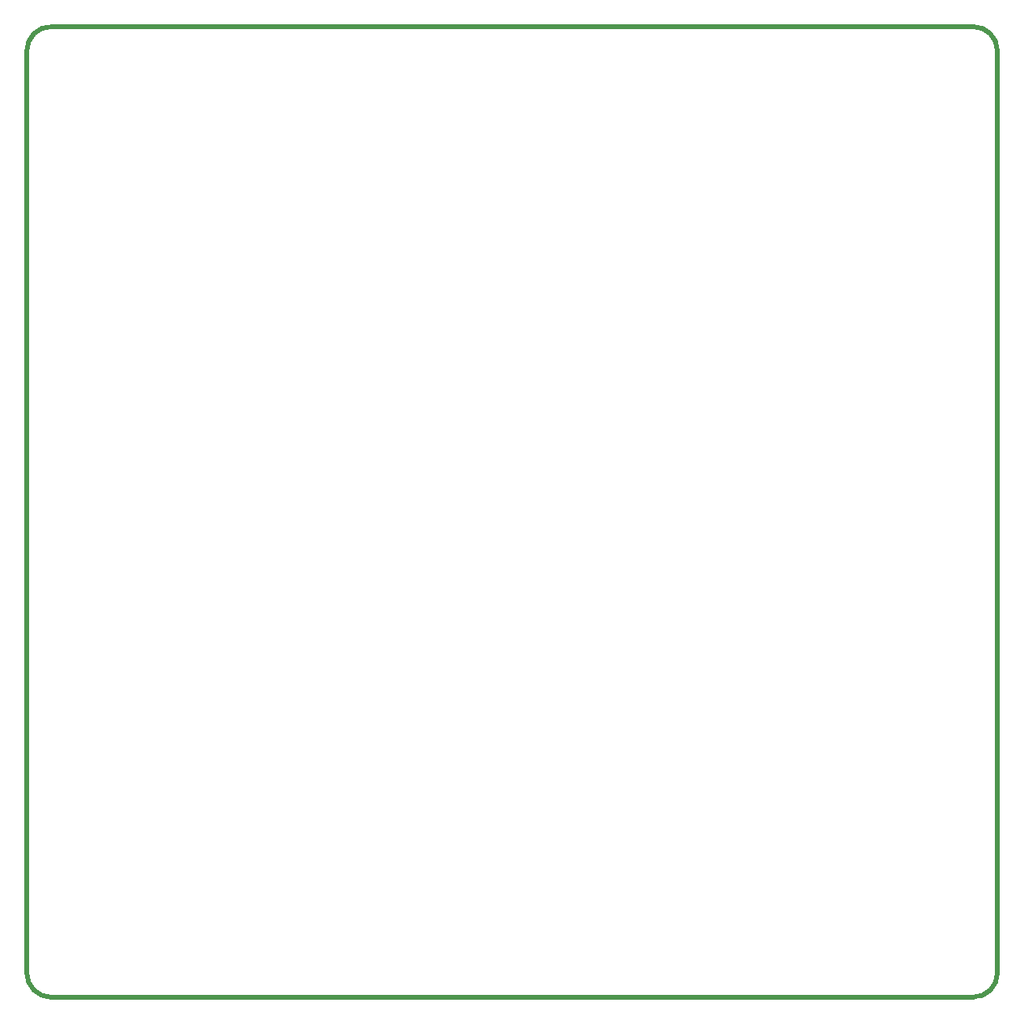
<source format=gko>
%FSLAX23Y23*%
%MOIN*%
G70*
G01*
G75*
G04 Layer_Color=16711935*
%ADD10C,0.010*%
%ADD11C,0.020*%
%ADD12C,0.015*%
%ADD13C,0.012*%
%ADD14R,0.060X0.023*%
%ADD15R,0.120X0.080*%
G04:AMPARAMS|DCode=16|XSize=51mil|YSize=59mil|CornerRadius=8mil|HoleSize=0mil|Usage=FLASHONLY|Rotation=90.000|XOffset=0mil|YOffset=0mil|HoleType=Round|Shape=RoundedRectangle|*
%AMROUNDEDRECTD16*
21,1,0.051,0.044,0,0,90.0*
21,1,0.036,0.059,0,0,90.0*
1,1,0.015,0.022,0.018*
1,1,0.015,0.022,-0.018*
1,1,0.015,-0.022,-0.018*
1,1,0.015,-0.022,0.018*
%
%ADD16ROUNDEDRECTD16*%
G04:AMPARAMS|DCode=17|XSize=24mil|YSize=24mil|CornerRadius=6mil|HoleSize=0mil|Usage=FLASHONLY|Rotation=90.000|XOffset=0mil|YOffset=0mil|HoleType=Round|Shape=RoundedRectangle|*
%AMROUNDEDRECTD17*
21,1,0.024,0.012,0,0,90.0*
21,1,0.012,0.024,0,0,90.0*
1,1,0.012,0.006,0.006*
1,1,0.012,0.006,-0.006*
1,1,0.012,-0.006,-0.006*
1,1,0.012,-0.006,0.006*
%
%ADD17ROUNDEDRECTD17*%
G04:AMPARAMS|DCode=18|XSize=51mil|YSize=59mil|CornerRadius=8mil|HoleSize=0mil|Usage=FLASHONLY|Rotation=180.000|XOffset=0mil|YOffset=0mil|HoleType=Round|Shape=RoundedRectangle|*
%AMROUNDEDRECTD18*
21,1,0.051,0.044,0,0,180.0*
21,1,0.036,0.059,0,0,180.0*
1,1,0.015,-0.018,0.022*
1,1,0.015,0.018,0.022*
1,1,0.015,0.018,-0.022*
1,1,0.015,-0.018,-0.022*
%
%ADD18ROUNDEDRECTD18*%
G04:AMPARAMS|DCode=19|XSize=24mil|YSize=24mil|CornerRadius=6mil|HoleSize=0mil|Usage=FLASHONLY|Rotation=0.000|XOffset=0mil|YOffset=0mil|HoleType=Round|Shape=RoundedRectangle|*
%AMROUNDEDRECTD19*
21,1,0.024,0.012,0,0,0.0*
21,1,0.012,0.024,0,0,0.0*
1,1,0.012,0.006,-0.006*
1,1,0.012,-0.006,-0.006*
1,1,0.012,-0.006,0.006*
1,1,0.012,0.006,0.006*
%
%ADD19ROUNDEDRECTD19*%
%ADD20P,0.024X4X360.0*%
%ADD21P,0.024X4X90.0*%
%ADD22R,0.017X0.017*%
G04:AMPARAMS|DCode=23|XSize=98mil|YSize=138mil|CornerRadius=25mil|HoleSize=0mil|Usage=FLASHONLY|Rotation=0.000|XOffset=0mil|YOffset=0mil|HoleType=Round|Shape=RoundedRectangle|*
%AMROUNDEDRECTD23*
21,1,0.098,0.089,0,0,0.0*
21,1,0.049,0.138,0,0,0.0*
1,1,0.049,0.025,-0.044*
1,1,0.049,-0.025,-0.044*
1,1,0.049,-0.025,0.044*
1,1,0.049,0.025,0.044*
%
%ADD23ROUNDEDRECTD23*%
G04:AMPARAMS|DCode=24|XSize=106mil|YSize=67mil|CornerRadius=10mil|HoleSize=0mil|Usage=FLASHONLY|Rotation=270.000|XOffset=0mil|YOffset=0mil|HoleType=Round|Shape=RoundedRectangle|*
%AMROUNDEDRECTD24*
21,1,0.106,0.047,0,0,270.0*
21,1,0.086,0.067,0,0,270.0*
1,1,0.020,-0.023,-0.043*
1,1,0.020,-0.023,0.043*
1,1,0.020,0.023,0.043*
1,1,0.020,0.023,-0.043*
%
%ADD24ROUNDEDRECTD24*%
G04:AMPARAMS|DCode=25|XSize=35mil|YSize=35mil|CornerRadius=5mil|HoleSize=0mil|Usage=FLASHONLY|Rotation=270.000|XOffset=0mil|YOffset=0mil|HoleType=Round|Shape=RoundedRectangle|*
%AMROUNDEDRECTD25*
21,1,0.035,0.025,0,0,270.0*
21,1,0.025,0.035,0,0,270.0*
1,1,0.011,-0.012,-0.012*
1,1,0.011,-0.012,0.012*
1,1,0.011,0.012,0.012*
1,1,0.011,0.012,-0.012*
%
%ADD25ROUNDEDRECTD25*%
G04:AMPARAMS|DCode=26|XSize=51mil|YSize=47mil|CornerRadius=7mil|HoleSize=0mil|Usage=FLASHONLY|Rotation=90.000|XOffset=0mil|YOffset=0mil|HoleType=Round|Shape=RoundedRectangle|*
%AMROUNDEDRECTD26*
21,1,0.051,0.033,0,0,90.0*
21,1,0.037,0.047,0,0,90.0*
1,1,0.014,0.017,0.019*
1,1,0.014,0.017,-0.019*
1,1,0.014,-0.017,-0.019*
1,1,0.014,-0.017,0.019*
%
%ADD26ROUNDEDRECTD26*%
G04:AMPARAMS|DCode=27|XSize=47mil|YSize=47mil|CornerRadius=12mil|HoleSize=0mil|Usage=FLASHONLY|Rotation=270.000|XOffset=0mil|YOffset=0mil|HoleType=Round|Shape=RoundedRectangle|*
%AMROUNDEDRECTD27*
21,1,0.047,0.024,0,0,270.0*
21,1,0.024,0.047,0,0,270.0*
1,1,0.024,-0.012,-0.012*
1,1,0.024,-0.012,0.012*
1,1,0.024,0.012,0.012*
1,1,0.024,0.012,-0.012*
%
%ADD27ROUNDEDRECTD27*%
G04:AMPARAMS|DCode=28|XSize=47mil|YSize=47mil|CornerRadius=12mil|HoleSize=0mil|Usage=FLASHONLY|Rotation=180.000|XOffset=0mil|YOffset=0mil|HoleType=Round|Shape=RoundedRectangle|*
%AMROUNDEDRECTD28*
21,1,0.047,0.024,0,0,180.0*
21,1,0.024,0.047,0,0,180.0*
1,1,0.024,-0.012,0.012*
1,1,0.024,0.012,0.012*
1,1,0.024,0.012,-0.012*
1,1,0.024,-0.012,-0.012*
%
%ADD28ROUNDEDRECTD28*%
%ADD29R,0.110X0.085*%
G04:AMPARAMS|DCode=30|XSize=47mil|YSize=47mil|CornerRadius=7mil|HoleSize=0mil|Usage=FLASHONLY|Rotation=180.000|XOffset=0mil|YOffset=0mil|HoleType=Round|Shape=RoundedRectangle|*
%AMROUNDEDRECTD30*
21,1,0.047,0.033,0,0,180.0*
21,1,0.033,0.047,0,0,180.0*
1,1,0.014,-0.017,0.017*
1,1,0.014,0.017,0.017*
1,1,0.014,0.017,-0.017*
1,1,0.014,-0.017,-0.017*
%
%ADD30ROUNDEDRECTD30*%
G04:AMPARAMS|DCode=31|XSize=47mil|YSize=47mil|CornerRadius=7mil|HoleSize=0mil|Usage=FLASHONLY|Rotation=270.000|XOffset=0mil|YOffset=0mil|HoleType=Round|Shape=RoundedRectangle|*
%AMROUNDEDRECTD31*
21,1,0.047,0.033,0,0,270.0*
21,1,0.033,0.047,0,0,270.0*
1,1,0.014,-0.017,-0.017*
1,1,0.014,-0.017,0.017*
1,1,0.014,0.017,0.017*
1,1,0.014,0.017,-0.017*
%
%ADD31ROUNDEDRECTD31*%
G04:AMPARAMS|DCode=32|XSize=35mil|YSize=35mil|CornerRadius=5mil|HoleSize=0mil|Usage=FLASHONLY|Rotation=0.000|XOffset=0mil|YOffset=0mil|HoleType=Round|Shape=RoundedRectangle|*
%AMROUNDEDRECTD32*
21,1,0.035,0.025,0,0,0.0*
21,1,0.025,0.035,0,0,0.0*
1,1,0.011,0.012,-0.012*
1,1,0.011,-0.012,-0.012*
1,1,0.011,-0.012,0.012*
1,1,0.011,0.012,0.012*
%
%ADD32ROUNDEDRECTD32*%
G04:AMPARAMS|DCode=33|XSize=28mil|YSize=51mil|CornerRadius=4mil|HoleSize=0mil|Usage=FLASHONLY|Rotation=180.000|XOffset=0mil|YOffset=0mil|HoleType=Round|Shape=RoundedRectangle|*
%AMROUNDEDRECTD33*
21,1,0.028,0.043,0,0,180.0*
21,1,0.019,0.051,0,0,180.0*
1,1,0.008,-0.010,0.021*
1,1,0.008,0.010,0.021*
1,1,0.008,0.010,-0.021*
1,1,0.008,-0.010,-0.021*
%
%ADD33ROUNDEDRECTD33*%
G04:AMPARAMS|DCode=34|XSize=28mil|YSize=51mil|CornerRadius=4mil|HoleSize=0mil|Usage=FLASHONLY|Rotation=270.000|XOffset=0mil|YOffset=0mil|HoleType=Round|Shape=RoundedRectangle|*
%AMROUNDEDRECTD34*
21,1,0.028,0.043,0,0,270.0*
21,1,0.019,0.051,0,0,270.0*
1,1,0.008,-0.021,-0.010*
1,1,0.008,-0.021,0.010*
1,1,0.008,0.021,0.010*
1,1,0.008,0.021,-0.010*
%
%ADD34ROUNDEDRECTD34*%
G04:AMPARAMS|DCode=35|XSize=24mil|YSize=24mil|CornerRadius=5mil|HoleSize=0mil|Usage=FLASHONLY|Rotation=180.000|XOffset=0mil|YOffset=0mil|HoleType=Round|Shape=RoundedRectangle|*
%AMROUNDEDRECTD35*
21,1,0.024,0.014,0,0,180.0*
21,1,0.014,0.024,0,0,180.0*
1,1,0.009,-0.007,0.007*
1,1,0.009,0.007,0.007*
1,1,0.009,0.007,-0.007*
1,1,0.009,-0.007,-0.007*
%
%ADD35ROUNDEDRECTD35*%
%ADD36R,0.157X0.118*%
%ADD37R,0.315X0.017*%
G04:AMPARAMS|DCode=38|XSize=24mil|YSize=24mil|CornerRadius=5mil|HoleSize=0mil|Usage=FLASHONLY|Rotation=270.000|XOffset=0mil|YOffset=0mil|HoleType=Round|Shape=RoundedRectangle|*
%AMROUNDEDRECTD38*
21,1,0.024,0.014,0,0,270.0*
21,1,0.014,0.024,0,0,270.0*
1,1,0.009,-0.007,-0.007*
1,1,0.009,-0.007,0.007*
1,1,0.009,0.007,0.007*
1,1,0.009,0.007,-0.007*
%
%ADD38ROUNDEDRECTD38*%
G04:AMPARAMS|DCode=39|XSize=114mil|YSize=213mil|CornerRadius=29mil|HoleSize=0mil|Usage=FLASHONLY|Rotation=90.000|XOffset=0mil|YOffset=0mil|HoleType=Round|Shape=RoundedRectangle|*
%AMROUNDEDRECTD39*
21,1,0.114,0.156,0,0,90.0*
21,1,0.057,0.213,0,0,90.0*
1,1,0.057,0.078,0.029*
1,1,0.057,0.078,-0.029*
1,1,0.057,-0.078,-0.029*
1,1,0.057,-0.078,0.029*
%
%ADD39ROUNDEDRECTD39*%
%ADD40R,0.051X0.106*%
%ADD41R,0.106X0.051*%
G04:AMPARAMS|DCode=42|XSize=12mil|YSize=26mil|CornerRadius=1mil|HoleSize=0mil|Usage=FLASHONLY|Rotation=90.000|XOffset=0mil|YOffset=0mil|HoleType=Round|Shape=RoundedRectangle|*
%AMROUNDEDRECTD42*
21,1,0.012,0.023,0,0,90.0*
21,1,0.009,0.026,0,0,90.0*
1,1,0.003,0.012,0.004*
1,1,0.003,0.012,-0.004*
1,1,0.003,-0.012,-0.004*
1,1,0.003,-0.012,0.004*
%
%ADD42ROUNDEDRECTD42*%
G04:AMPARAMS|DCode=43|XSize=32mil|YSize=28mil|CornerRadius=3mil|HoleSize=0mil|Usage=FLASHONLY|Rotation=180.000|XOffset=0mil|YOffset=0mil|HoleType=Round|Shape=RoundedRectangle|*
%AMROUNDEDRECTD43*
21,1,0.032,0.021,0,0,180.0*
21,1,0.025,0.028,0,0,180.0*
1,1,0.007,-0.012,0.010*
1,1,0.007,0.012,0.010*
1,1,0.007,0.012,-0.010*
1,1,0.007,-0.012,-0.010*
%
%ADD43ROUNDEDRECTD43*%
G04:AMPARAMS|DCode=44|XSize=31mil|YSize=51mil|CornerRadius=5mil|HoleSize=0mil|Usage=FLASHONLY|Rotation=270.000|XOffset=0mil|YOffset=0mil|HoleType=Round|Shape=RoundedRectangle|*
%AMROUNDEDRECTD44*
21,1,0.031,0.042,0,0,270.0*
21,1,0.022,0.051,0,0,270.0*
1,1,0.009,-0.021,-0.011*
1,1,0.009,-0.021,0.011*
1,1,0.009,0.021,0.011*
1,1,0.009,0.021,-0.011*
%
%ADD44ROUNDEDRECTD44*%
G04:AMPARAMS|DCode=45|XSize=31mil|YSize=51mil|CornerRadius=5mil|HoleSize=0mil|Usage=FLASHONLY|Rotation=0.000|XOffset=0mil|YOffset=0mil|HoleType=Round|Shape=RoundedRectangle|*
%AMROUNDEDRECTD45*
21,1,0.031,0.042,0,0,0.0*
21,1,0.022,0.051,0,0,0.0*
1,1,0.009,0.011,-0.021*
1,1,0.009,-0.011,-0.021*
1,1,0.009,-0.011,0.021*
1,1,0.009,0.011,0.021*
%
%ADD45ROUNDEDRECTD45*%
G04:AMPARAMS|DCode=46|XSize=59mil|YSize=157mil|CornerRadius=15mil|HoleSize=0mil|Usage=FLASHONLY|Rotation=0.000|XOffset=0mil|YOffset=0mil|HoleType=Round|Shape=RoundedRectangle|*
%AMROUNDEDRECTD46*
21,1,0.059,0.128,0,0,0.0*
21,1,0.030,0.157,0,0,0.0*
1,1,0.030,0.015,-0.064*
1,1,0.030,-0.015,-0.064*
1,1,0.030,-0.015,0.064*
1,1,0.030,0.015,0.064*
%
%ADD46ROUNDEDRECTD46*%
G04:AMPARAMS|DCode=47|XSize=421mil|YSize=339mil|CornerRadius=34mil|HoleSize=0mil|Usage=FLASHONLY|Rotation=0.000|XOffset=0mil|YOffset=0mil|HoleType=Round|Shape=RoundedRectangle|*
%AMROUNDEDRECTD47*
21,1,0.421,0.271,0,0,0.0*
21,1,0.354,0.339,0,0,0.0*
1,1,0.068,0.177,-0.135*
1,1,0.068,-0.177,-0.135*
1,1,0.068,-0.177,0.135*
1,1,0.068,0.177,0.135*
%
%ADD47ROUNDEDRECTD47*%
G04:AMPARAMS|DCode=48|XSize=16mil|YSize=40mil|CornerRadius=4mil|HoleSize=0mil|Usage=FLASHONLY|Rotation=90.000|XOffset=0mil|YOffset=0mil|HoleType=Round|Shape=RoundedRectangle|*
%AMROUNDEDRECTD48*
21,1,0.016,0.032,0,0,90.0*
21,1,0.008,0.040,0,0,90.0*
1,1,0.008,0.016,0.004*
1,1,0.008,0.016,-0.004*
1,1,0.008,-0.016,-0.004*
1,1,0.008,-0.016,0.004*
%
%ADD48ROUNDEDRECTD48*%
G04:AMPARAMS|DCode=49|XSize=12mil|YSize=13mil|CornerRadius=3mil|HoleSize=0mil|Usage=FLASHONLY|Rotation=0.000|XOffset=0mil|YOffset=0mil|HoleType=Round|Shape=RoundedRectangle|*
%AMROUNDEDRECTD49*
21,1,0.012,0.007,0,0,0.0*
21,1,0.006,0.013,0,0,0.0*
1,1,0.006,0.003,-0.003*
1,1,0.006,-0.003,-0.003*
1,1,0.006,-0.003,0.003*
1,1,0.006,0.003,0.003*
%
%ADD49ROUNDEDRECTD49*%
%ADD50R,0.012X0.013*%
G04:AMPARAMS|DCode=51|XSize=13mil|YSize=12mil|CornerRadius=3mil|HoleSize=0mil|Usage=FLASHONLY|Rotation=90.000|XOffset=0mil|YOffset=0mil|HoleType=Round|Shape=RoundedRectangle|*
%AMROUNDEDRECTD51*
21,1,0.013,0.006,0,0,90.0*
21,1,0.007,0.012,0,0,90.0*
1,1,0.006,0.003,0.003*
1,1,0.006,0.003,-0.003*
1,1,0.006,-0.003,-0.003*
1,1,0.006,-0.003,0.003*
%
%ADD51ROUNDEDRECTD51*%
%ADD52R,0.012X0.013*%
%ADD53R,0.012X0.012*%
G04:AMPARAMS|DCode=54|XSize=98mil|YSize=98mil|CornerRadius=10mil|HoleSize=0mil|Usage=FLASHONLY|Rotation=0.000|XOffset=0mil|YOffset=0mil|HoleType=Round|Shape=RoundedRectangle|*
%AMROUNDEDRECTD54*
21,1,0.098,0.079,0,0,0.0*
21,1,0.079,0.098,0,0,0.0*
1,1,0.020,0.039,-0.039*
1,1,0.020,-0.039,-0.039*
1,1,0.020,-0.039,0.039*
1,1,0.020,0.039,0.039*
%
%ADD54ROUNDEDRECTD54*%
%ADD55R,0.017X0.070*%
G04:AMPARAMS|DCode=56|XSize=17mil|YSize=24mil|CornerRadius=0mil|HoleSize=0mil|Usage=FLASHONLY|Rotation=135.000|XOffset=0mil|YOffset=0mil|HoleType=Round|Shape=Rectangle|*
%AMROTATEDRECTD56*
4,1,4,0.014,0.002,-0.002,-0.014,-0.014,-0.002,0.002,0.014,0.014,0.002,0.0*
%
%ADD56ROTATEDRECTD56*%

G04:AMPARAMS|DCode=57|XSize=17mil|YSize=24mil|CornerRadius=0mil|HoleSize=0mil|Usage=FLASHONLY|Rotation=45.000|XOffset=0mil|YOffset=0mil|HoleType=Round|Shape=Rectangle|*
%AMROTATEDRECTD57*
4,1,4,0.002,-0.014,-0.014,0.002,-0.002,0.014,0.014,-0.002,0.002,-0.014,0.0*
%
%ADD57ROTATEDRECTD57*%

%ADD58R,0.024X0.017*%
%ADD59C,0.025*%
%ADD60C,0.017*%
%ADD61C,0.079*%
%ADD62R,0.059X0.059*%
%ADD63C,0.059*%
%ADD64C,0.080*%
%ADD65C,0.061*%
%ADD66R,0.061X0.061*%
%ADD67C,0.028*%
%ADD68C,0.030*%
%ADD69C,0.008*%
%ADD70C,0.016*%
%ADD71C,0.020*%
%ADD72C,0.006*%
%ADD73C,0.006*%
%ADD74C,0.003*%
%ADD75C,0.004*%
%ADD76C,0.004*%
%ADD77C,0.003*%
%ADD78C,0.008*%
%ADD79R,0.017X0.008*%
G04:AMPARAMS|DCode=80|XSize=19mil|YSize=19mil|CornerRadius=4mil|HoleSize=0mil|Usage=FLASHONLY|Rotation=90.000|XOffset=0mil|YOffset=0mil|HoleType=Round|Shape=RoundedRectangle|*
%AMROUNDEDRECTD80*
21,1,0.019,0.012,0,0,90.0*
21,1,0.012,0.019,0,0,90.0*
1,1,0.007,0.006,0.006*
1,1,0.007,0.006,-0.006*
1,1,0.007,-0.006,-0.006*
1,1,0.007,-0.006,0.006*
%
%ADD80ROUNDEDRECTD80*%
G04:AMPARAMS|DCode=81|XSize=19mil|YSize=19mil|CornerRadius=4mil|HoleSize=0mil|Usage=FLASHONLY|Rotation=0.000|XOffset=0mil|YOffset=0mil|HoleType=Round|Shape=RoundedRectangle|*
%AMROUNDEDRECTD81*
21,1,0.019,0.012,0,0,0.0*
21,1,0.012,0.019,0,0,0.0*
1,1,0.007,0.006,-0.006*
1,1,0.007,-0.006,-0.006*
1,1,0.007,-0.006,0.006*
1,1,0.007,0.006,0.006*
%
%ADD81ROUNDEDRECTD81*%
%ADD82P,0.017X4X360.0*%
%ADD83P,0.017X4X90.0*%
%ADD84R,0.012X0.012*%
G04:AMPARAMS|DCode=85|XSize=12mil|YSize=19mil|CornerRadius=0mil|HoleSize=0mil|Usage=FLASHONLY|Rotation=135.000|XOffset=0mil|YOffset=0mil|HoleType=Round|Shape=Rectangle|*
%AMROTATEDRECTD85*
4,1,4,0.011,0.002,-0.002,-0.011,-0.011,-0.002,0.002,0.011,0.011,0.002,0.0*
%
%ADD85ROTATEDRECTD85*%

G04:AMPARAMS|DCode=86|XSize=12mil|YSize=19mil|CornerRadius=0mil|HoleSize=0mil|Usage=FLASHONLY|Rotation=45.000|XOffset=0mil|YOffset=0mil|HoleType=Round|Shape=Rectangle|*
%AMROTATEDRECTD86*
4,1,4,0.002,-0.011,-0.011,0.002,-0.002,0.011,0.011,-0.002,0.002,-0.011,0.0*
%
%ADD86ROTATEDRECTD86*%

%ADD87R,0.019X0.012*%
%ADD88R,0.150X0.150*%
%ADD89R,0.068X0.031*%
%ADD90R,0.128X0.088*%
G04:AMPARAMS|DCode=91|XSize=59mil|YSize=67mil|CornerRadius=12mil|HoleSize=0mil|Usage=FLASHONLY|Rotation=90.000|XOffset=0mil|YOffset=0mil|HoleType=Round|Shape=RoundedRectangle|*
%AMROUNDEDRECTD91*
21,1,0.059,0.044,0,0,90.0*
21,1,0.036,0.067,0,0,90.0*
1,1,0.023,0.022,0.018*
1,1,0.023,0.022,-0.018*
1,1,0.023,-0.022,-0.018*
1,1,0.023,-0.022,0.018*
%
%ADD91ROUNDEDRECTD91*%
G04:AMPARAMS|DCode=92|XSize=32mil|YSize=32mil|CornerRadius=10mil|HoleSize=0mil|Usage=FLASHONLY|Rotation=90.000|XOffset=0mil|YOffset=0mil|HoleType=Round|Shape=RoundedRectangle|*
%AMROUNDEDRECTD92*
21,1,0.032,0.012,0,0,90.0*
21,1,0.012,0.032,0,0,90.0*
1,1,0.020,0.006,0.006*
1,1,0.020,0.006,-0.006*
1,1,0.020,-0.006,-0.006*
1,1,0.020,-0.006,0.006*
%
%ADD92ROUNDEDRECTD92*%
G04:AMPARAMS|DCode=93|XSize=59mil|YSize=67mil|CornerRadius=12mil|HoleSize=0mil|Usage=FLASHONLY|Rotation=180.000|XOffset=0mil|YOffset=0mil|HoleType=Round|Shape=RoundedRectangle|*
%AMROUNDEDRECTD93*
21,1,0.059,0.044,0,0,180.0*
21,1,0.036,0.067,0,0,180.0*
1,1,0.023,-0.018,0.022*
1,1,0.023,0.018,0.022*
1,1,0.023,0.018,-0.022*
1,1,0.023,-0.018,-0.022*
%
%ADD93ROUNDEDRECTD93*%
G04:AMPARAMS|DCode=94|XSize=32mil|YSize=32mil|CornerRadius=10mil|HoleSize=0mil|Usage=FLASHONLY|Rotation=0.000|XOffset=0mil|YOffset=0mil|HoleType=Round|Shape=RoundedRectangle|*
%AMROUNDEDRECTD94*
21,1,0.032,0.012,0,0,0.0*
21,1,0.012,0.032,0,0,0.0*
1,1,0.020,0.006,-0.006*
1,1,0.020,-0.006,-0.006*
1,1,0.020,-0.006,0.006*
1,1,0.020,0.006,0.006*
%
%ADD94ROUNDEDRECTD94*%
%ADD95P,0.035X4X360.0*%
%ADD96P,0.035X4X90.0*%
%ADD97R,0.025X0.025*%
G04:AMPARAMS|DCode=98|XSize=106mil|YSize=146mil|CornerRadius=29mil|HoleSize=0mil|Usage=FLASHONLY|Rotation=0.000|XOffset=0mil|YOffset=0mil|HoleType=Round|Shape=RoundedRectangle|*
%AMROUNDEDRECTD98*
21,1,0.106,0.089,0,0,0.0*
21,1,0.049,0.146,0,0,0.0*
1,1,0.057,0.025,-0.044*
1,1,0.057,-0.025,-0.044*
1,1,0.057,-0.025,0.044*
1,1,0.057,0.025,0.044*
%
%ADD98ROUNDEDRECTD98*%
G04:AMPARAMS|DCode=99|XSize=114mil|YSize=75mil|CornerRadius=14mil|HoleSize=0mil|Usage=FLASHONLY|Rotation=270.000|XOffset=0mil|YOffset=0mil|HoleType=Round|Shape=RoundedRectangle|*
%AMROUNDEDRECTD99*
21,1,0.114,0.047,0,0,270.0*
21,1,0.086,0.075,0,0,270.0*
1,1,0.028,-0.023,-0.043*
1,1,0.028,-0.023,0.043*
1,1,0.028,0.023,0.043*
1,1,0.028,0.023,-0.043*
%
%ADD99ROUNDEDRECTD99*%
G04:AMPARAMS|DCode=100|XSize=43mil|YSize=43mil|CornerRadius=9mil|HoleSize=0mil|Usage=FLASHONLY|Rotation=270.000|XOffset=0mil|YOffset=0mil|HoleType=Round|Shape=RoundedRectangle|*
%AMROUNDEDRECTD100*
21,1,0.043,0.025,0,0,270.0*
21,1,0.025,0.043,0,0,270.0*
1,1,0.019,-0.012,-0.012*
1,1,0.019,-0.012,0.012*
1,1,0.019,0.012,0.012*
1,1,0.019,0.012,-0.012*
%
%ADD100ROUNDEDRECTD100*%
G04:AMPARAMS|DCode=101|XSize=59mil|YSize=55mil|CornerRadius=11mil|HoleSize=0mil|Usage=FLASHONLY|Rotation=90.000|XOffset=0mil|YOffset=0mil|HoleType=Round|Shape=RoundedRectangle|*
%AMROUNDEDRECTD101*
21,1,0.059,0.033,0,0,90.0*
21,1,0.037,0.055,0,0,90.0*
1,1,0.022,0.017,0.019*
1,1,0.022,0.017,-0.019*
1,1,0.022,-0.017,-0.019*
1,1,0.022,-0.017,0.019*
%
%ADD101ROUNDEDRECTD101*%
G04:AMPARAMS|DCode=102|XSize=55mil|YSize=55mil|CornerRadius=16mil|HoleSize=0mil|Usage=FLASHONLY|Rotation=270.000|XOffset=0mil|YOffset=0mil|HoleType=Round|Shape=RoundedRectangle|*
%AMROUNDEDRECTD102*
21,1,0.055,0.024,0,0,270.0*
21,1,0.024,0.055,0,0,270.0*
1,1,0.032,-0.012,-0.012*
1,1,0.032,-0.012,0.012*
1,1,0.032,0.012,0.012*
1,1,0.032,0.012,-0.012*
%
%ADD102ROUNDEDRECTD102*%
G04:AMPARAMS|DCode=103|XSize=55mil|YSize=55mil|CornerRadius=16mil|HoleSize=0mil|Usage=FLASHONLY|Rotation=180.000|XOffset=0mil|YOffset=0mil|HoleType=Round|Shape=RoundedRectangle|*
%AMROUNDEDRECTD103*
21,1,0.055,0.024,0,0,180.0*
21,1,0.024,0.055,0,0,180.0*
1,1,0.032,-0.012,0.012*
1,1,0.032,0.012,0.012*
1,1,0.032,0.012,-0.012*
1,1,0.032,-0.012,-0.012*
%
%ADD103ROUNDEDRECTD103*%
%ADD104R,0.118X0.093*%
G04:AMPARAMS|DCode=105|XSize=55mil|YSize=55mil|CornerRadius=11mil|HoleSize=0mil|Usage=FLASHONLY|Rotation=180.000|XOffset=0mil|YOffset=0mil|HoleType=Round|Shape=RoundedRectangle|*
%AMROUNDEDRECTD105*
21,1,0.055,0.033,0,0,180.0*
21,1,0.033,0.055,0,0,180.0*
1,1,0.022,-0.017,0.017*
1,1,0.022,0.017,0.017*
1,1,0.022,0.017,-0.017*
1,1,0.022,-0.017,-0.017*
%
%ADD105ROUNDEDRECTD105*%
G04:AMPARAMS|DCode=106|XSize=55mil|YSize=55mil|CornerRadius=11mil|HoleSize=0mil|Usage=FLASHONLY|Rotation=270.000|XOffset=0mil|YOffset=0mil|HoleType=Round|Shape=RoundedRectangle|*
%AMROUNDEDRECTD106*
21,1,0.055,0.033,0,0,270.0*
21,1,0.033,0.055,0,0,270.0*
1,1,0.022,-0.017,-0.017*
1,1,0.022,-0.017,0.017*
1,1,0.022,0.017,0.017*
1,1,0.022,0.017,-0.017*
%
%ADD106ROUNDEDRECTD106*%
G04:AMPARAMS|DCode=107|XSize=43mil|YSize=43mil|CornerRadius=9mil|HoleSize=0mil|Usage=FLASHONLY|Rotation=0.000|XOffset=0mil|YOffset=0mil|HoleType=Round|Shape=RoundedRectangle|*
%AMROUNDEDRECTD107*
21,1,0.043,0.025,0,0,0.0*
21,1,0.025,0.043,0,0,0.0*
1,1,0.019,0.012,-0.012*
1,1,0.019,-0.012,-0.012*
1,1,0.019,-0.012,0.012*
1,1,0.019,0.012,0.012*
%
%ADD107ROUNDEDRECTD107*%
G04:AMPARAMS|DCode=108|XSize=36mil|YSize=59mil|CornerRadius=8mil|HoleSize=0mil|Usage=FLASHONLY|Rotation=180.000|XOffset=0mil|YOffset=0mil|HoleType=Round|Shape=RoundedRectangle|*
%AMROUNDEDRECTD108*
21,1,0.036,0.043,0,0,180.0*
21,1,0.019,0.059,0,0,180.0*
1,1,0.016,-0.010,0.021*
1,1,0.016,0.010,0.021*
1,1,0.016,0.010,-0.021*
1,1,0.016,-0.010,-0.021*
%
%ADD108ROUNDEDRECTD108*%
G04:AMPARAMS|DCode=109|XSize=36mil|YSize=59mil|CornerRadius=8mil|HoleSize=0mil|Usage=FLASHONLY|Rotation=270.000|XOffset=0mil|YOffset=0mil|HoleType=Round|Shape=RoundedRectangle|*
%AMROUNDEDRECTD109*
21,1,0.036,0.043,0,0,270.0*
21,1,0.019,0.059,0,0,270.0*
1,1,0.016,-0.021,-0.010*
1,1,0.016,-0.021,0.010*
1,1,0.016,0.021,0.010*
1,1,0.016,0.021,-0.010*
%
%ADD109ROUNDEDRECTD109*%
G04:AMPARAMS|DCode=110|XSize=32mil|YSize=32mil|CornerRadius=9mil|HoleSize=0mil|Usage=FLASHONLY|Rotation=180.000|XOffset=0mil|YOffset=0mil|HoleType=Round|Shape=RoundedRectangle|*
%AMROUNDEDRECTD110*
21,1,0.032,0.014,0,0,180.0*
21,1,0.014,0.032,0,0,180.0*
1,1,0.017,-0.007,0.007*
1,1,0.017,0.007,0.007*
1,1,0.017,0.007,-0.007*
1,1,0.017,-0.007,-0.007*
%
%ADD110ROUNDEDRECTD110*%
%ADD111R,0.165X0.126*%
%ADD112R,0.323X0.025*%
G04:AMPARAMS|DCode=113|XSize=32mil|YSize=32mil|CornerRadius=9mil|HoleSize=0mil|Usage=FLASHONLY|Rotation=270.000|XOffset=0mil|YOffset=0mil|HoleType=Round|Shape=RoundedRectangle|*
%AMROUNDEDRECTD113*
21,1,0.032,0.014,0,0,270.0*
21,1,0.014,0.032,0,0,270.0*
1,1,0.017,-0.007,-0.007*
1,1,0.017,-0.007,0.007*
1,1,0.017,0.007,0.007*
1,1,0.017,0.007,-0.007*
%
%ADD113ROUNDEDRECTD113*%
G04:AMPARAMS|DCode=114|XSize=122mil|YSize=221mil|CornerRadius=33mil|HoleSize=0mil|Usage=FLASHONLY|Rotation=90.000|XOffset=0mil|YOffset=0mil|HoleType=Round|Shape=RoundedRectangle|*
%AMROUNDEDRECTD114*
21,1,0.122,0.156,0,0,90.0*
21,1,0.057,0.221,0,0,90.0*
1,1,0.065,0.078,0.029*
1,1,0.065,0.078,-0.029*
1,1,0.065,-0.078,-0.029*
1,1,0.065,-0.078,0.029*
%
%ADD114ROUNDEDRECTD114*%
%ADD115R,0.059X0.114*%
%ADD116R,0.114X0.059*%
G04:AMPARAMS|DCode=117|XSize=18mil|YSize=32mil|CornerRadius=4mil|HoleSize=0mil|Usage=FLASHONLY|Rotation=90.000|XOffset=0mil|YOffset=0mil|HoleType=Round|Shape=RoundedRectangle|*
%AMROUNDEDRECTD117*
21,1,0.018,0.023,0,0,90.0*
21,1,0.009,0.032,0,0,90.0*
1,1,0.009,0.012,0.004*
1,1,0.009,0.012,-0.004*
1,1,0.009,-0.012,-0.004*
1,1,0.009,-0.012,0.004*
%
%ADD117ROUNDEDRECTD117*%
G04:AMPARAMS|DCode=118|XSize=38mil|YSize=34mil|CornerRadius=6mil|HoleSize=0mil|Usage=FLASHONLY|Rotation=180.000|XOffset=0mil|YOffset=0mil|HoleType=Round|Shape=RoundedRectangle|*
%AMROUNDEDRECTD118*
21,1,0.038,0.021,0,0,180.0*
21,1,0.025,0.034,0,0,180.0*
1,1,0.013,-0.012,0.010*
1,1,0.013,0.012,0.010*
1,1,0.013,0.012,-0.010*
1,1,0.013,-0.012,-0.010*
%
%ADD118ROUNDEDRECTD118*%
G04:AMPARAMS|DCode=119|XSize=39mil|YSize=59mil|CornerRadius=9mil|HoleSize=0mil|Usage=FLASHONLY|Rotation=270.000|XOffset=0mil|YOffset=0mil|HoleType=Round|Shape=RoundedRectangle|*
%AMROUNDEDRECTD119*
21,1,0.039,0.042,0,0,270.0*
21,1,0.022,0.059,0,0,270.0*
1,1,0.017,-0.021,-0.011*
1,1,0.017,-0.021,0.011*
1,1,0.017,0.021,0.011*
1,1,0.017,0.021,-0.011*
%
%ADD119ROUNDEDRECTD119*%
G04:AMPARAMS|DCode=120|XSize=39mil|YSize=59mil|CornerRadius=9mil|HoleSize=0mil|Usage=FLASHONLY|Rotation=0.000|XOffset=0mil|YOffset=0mil|HoleType=Round|Shape=RoundedRectangle|*
%AMROUNDEDRECTD120*
21,1,0.039,0.042,0,0,0.0*
21,1,0.022,0.059,0,0,0.0*
1,1,0.017,0.011,-0.021*
1,1,0.017,-0.011,-0.021*
1,1,0.017,-0.011,0.021*
1,1,0.017,0.011,0.021*
%
%ADD120ROUNDEDRECTD120*%
G04:AMPARAMS|DCode=121|XSize=67mil|YSize=165mil|CornerRadius=19mil|HoleSize=0mil|Usage=FLASHONLY|Rotation=0.000|XOffset=0mil|YOffset=0mil|HoleType=Round|Shape=RoundedRectangle|*
%AMROUNDEDRECTD121*
21,1,0.067,0.128,0,0,0.0*
21,1,0.030,0.165,0,0,0.0*
1,1,0.038,0.015,-0.064*
1,1,0.038,-0.015,-0.064*
1,1,0.038,-0.015,0.064*
1,1,0.038,0.015,0.064*
%
%ADD121ROUNDEDRECTD121*%
G04:AMPARAMS|DCode=122|XSize=429mil|YSize=347mil|CornerRadius=38mil|HoleSize=0mil|Usage=FLASHONLY|Rotation=0.000|XOffset=0mil|YOffset=0mil|HoleType=Round|Shape=RoundedRectangle|*
%AMROUNDEDRECTD122*
21,1,0.429,0.271,0,0,0.0*
21,1,0.354,0.347,0,0,0.0*
1,1,0.076,0.177,-0.135*
1,1,0.076,-0.177,-0.135*
1,1,0.076,-0.177,0.135*
1,1,0.076,0.177,0.135*
%
%ADD122ROUNDEDRECTD122*%
G04:AMPARAMS|DCode=123|XSize=24mil|YSize=48mil|CornerRadius=8mil|HoleSize=0mil|Usage=FLASHONLY|Rotation=90.000|XOffset=0mil|YOffset=0mil|HoleType=Round|Shape=RoundedRectangle|*
%AMROUNDEDRECTD123*
21,1,0.024,0.032,0,0,90.0*
21,1,0.008,0.048,0,0,90.0*
1,1,0.016,0.016,0.004*
1,1,0.016,0.016,-0.004*
1,1,0.016,-0.016,-0.004*
1,1,0.016,-0.016,0.004*
%
%ADD123ROUNDEDRECTD123*%
G04:AMPARAMS|DCode=124|XSize=16mil|YSize=17mil|CornerRadius=5mil|HoleSize=0mil|Usage=FLASHONLY|Rotation=0.000|XOffset=0mil|YOffset=0mil|HoleType=Round|Shape=RoundedRectangle|*
%AMROUNDEDRECTD124*
21,1,0.016,0.007,0,0,0.0*
21,1,0.006,0.017,0,0,0.0*
1,1,0.010,0.003,-0.003*
1,1,0.010,-0.003,-0.003*
1,1,0.010,-0.003,0.003*
1,1,0.010,0.003,0.003*
%
%ADD124ROUNDEDRECTD124*%
%ADD125R,0.016X0.017*%
G04:AMPARAMS|DCode=126|XSize=17mil|YSize=16mil|CornerRadius=5mil|HoleSize=0mil|Usage=FLASHONLY|Rotation=90.000|XOffset=0mil|YOffset=0mil|HoleType=Round|Shape=RoundedRectangle|*
%AMROUNDEDRECTD126*
21,1,0.017,0.006,0,0,90.0*
21,1,0.007,0.016,0,0,90.0*
1,1,0.010,0.003,0.003*
1,1,0.010,0.003,-0.003*
1,1,0.010,-0.003,-0.003*
1,1,0.010,-0.003,0.003*
%
%ADD126ROUNDEDRECTD126*%
%ADD127R,0.016X0.017*%
%ADD128R,0.016X0.016*%
G04:AMPARAMS|DCode=129|XSize=102mil|YSize=102mil|CornerRadius=12mil|HoleSize=0mil|Usage=FLASHONLY|Rotation=0.000|XOffset=0mil|YOffset=0mil|HoleType=Round|Shape=RoundedRectangle|*
%AMROUNDEDRECTD129*
21,1,0.102,0.079,0,0,0.0*
21,1,0.079,0.102,0,0,0.0*
1,1,0.024,0.039,-0.039*
1,1,0.024,-0.039,-0.039*
1,1,0.024,-0.039,0.039*
1,1,0.024,0.039,0.039*
%
%ADD129ROUNDEDRECTD129*%
%ADD130R,0.025X0.078*%
G04:AMPARAMS|DCode=131|XSize=25mil|YSize=32mil|CornerRadius=0mil|HoleSize=0mil|Usage=FLASHONLY|Rotation=135.000|XOffset=0mil|YOffset=0mil|HoleType=Round|Shape=Rectangle|*
%AMROTATEDRECTD131*
4,1,4,0.020,0.002,-0.002,-0.020,-0.020,-0.002,0.002,0.020,0.020,0.002,0.0*
%
%ADD131ROTATEDRECTD131*%

G04:AMPARAMS|DCode=132|XSize=25mil|YSize=32mil|CornerRadius=0mil|HoleSize=0mil|Usage=FLASHONLY|Rotation=45.000|XOffset=0mil|YOffset=0mil|HoleType=Round|Shape=Rectangle|*
%AMROTATEDRECTD132*
4,1,4,0.002,-0.020,-0.020,0.002,-0.002,0.020,0.020,-0.002,0.002,-0.020,0.0*
%
%ADD132ROTATEDRECTD132*%

%ADD133R,0.032X0.025*%
%ADD134C,0.087*%
%ADD135R,0.067X0.067*%
%ADD136C,0.067*%
%ADD137C,0.088*%
%ADD138C,0.069*%
%ADD139R,0.069X0.069*%
%ADD140C,0.004*%
D11*
X1100Y5000D02*
G03*
X1000Y4900I0J-100D01*
G01*
X5000D02*
G03*
X4900Y5000I-100J0D01*
G01*
Y1000D02*
G03*
X5000Y1100I0J100D01*
G01*
X1000D02*
G03*
X1100Y1000I100J0D01*
G01*
X1000Y4500D02*
Y4900D01*
X1100Y5000D02*
X1300D01*
X4740D01*
X4900D01*
X5000Y1100D02*
Y1175D01*
X1255Y1000D02*
X4900D01*
X1100D02*
X1255D01*
X1000Y1100D02*
Y4500D01*
X5000Y3130D02*
Y4900D01*
Y1395D02*
Y3140D01*
Y1175D02*
Y1395D01*
M02*

</source>
